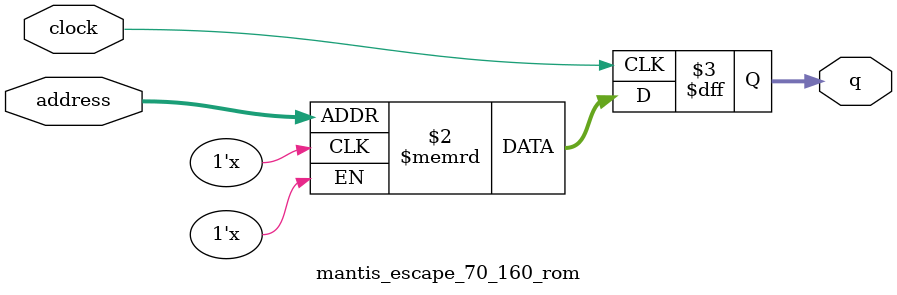
<source format=sv>
module mantis_escape_70_160_rom (
	input logic clock,
	input logic [13:0] address,
	output logic [2:0] q
);

logic [2:0] memory [0:11199] /* synthesis ram_init_file = "./mantis_escape_70_160/mantis_escape_70_160.mif" */;

always_ff @ (posedge clock) begin
	q <= memory[address];
end

endmodule

</source>
